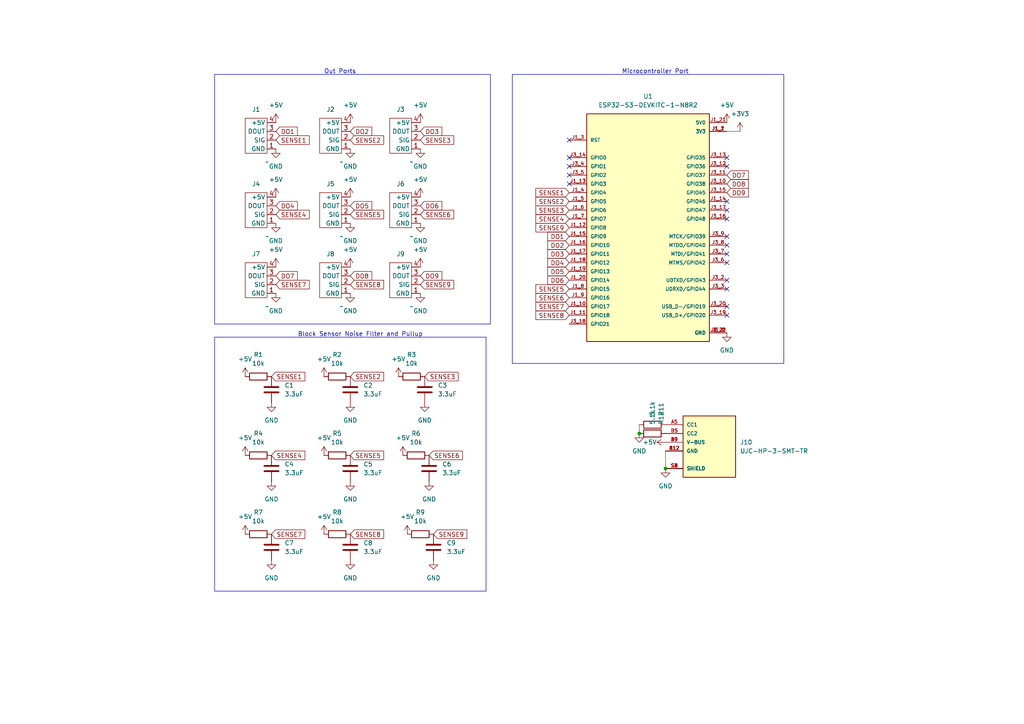
<source format=kicad_sch>
(kicad_sch (version 20230121) (generator eeschema)
  (paper "A4")
  (title_block (title "Block Party Main Board") (date "2024-02-10") (rev "1.0") (company "Block Party"))
  (lib_symbols
    (symbol "Device:C" (pin_numbers hide) (pin_names (offset 0.254))
      (property "Reference" "C" (at 0.635 2.54 0))
      (property "Value" "C" (at 0.635 -2.54 0))
      (symbol "C_0_1"
        (polyline (pts (xy -2.032 -0.762) (xy 2.032 -0.762)) (stroke (width 0.508)))
        (polyline (pts (xy -2.032 0.762) (xy 2.032 0.762)) (stroke (width 0.508)))
      )
      (symbol "C_1_1"
        (pin passive line (at 0 3.81 270) (length 2.794) (name "~") (number "1"))
        (pin passive line (at 0 -3.81 90) (length 2.794) (name "~") (number "2"))
      )
    )
    (symbol "Device:R" (pin_numbers hide) (pin_names (offset 0))
      (property "Reference" "R" (at 2.032 0 90))
      (property "Value" "R" (at 0 0 90))
      (symbol "R_0_1"
        (rectangle (start -1.016 -2.54) (end 1.016 2.54) (stroke (width 0.254)))
      )
      (symbol "R_1_1"
        (pin passive line (at 0 3.81 270) (length 1.27) (name "~") (number "1"))
        (pin passive line (at 0 -3.81 90) (length 1.27) (name "~") (number "2"))
      )
    )
    (symbol "ESP32-S3-DEVKITC-1-N8R2:ESP32-S3-DEVKITC-1-N8R2" (pin_names (offset 1.016))
      (property "Reference" "U" (at -17.78 35.56 0))
      (property "Value" "ESP32-S3-DEVKITC-1-N8R2" (at -17.78 -35.56 0))
      (symbol "ESP32-S3-DEVKITC-1-N8R2_0_0"
        (rectangle (start -17.78 -33.02) (end 17.78 33.02) (stroke (width 0.254)) (fill (type background)))
        (pin power_in line (at 22.86 27.94 180) (length 5.08) (name "3V3") (number "J1_1"))
        (pin bidirectional line (at -22.86 -22.86 0) (length 5.08) (name "GPIO17") (number "J1_10"))
        (pin bidirectional line (at -22.86 -25.4 0) (length 5.08) (name "GPIO18") (number "J1_11"))
        (pin bidirectional line (at -22.86 0 0) (length 5.08) (name "GPIO8") (number "J1_12"))
        (pin bidirectional line (at -22.86 12.7 0) (length 5.08) (name "GPIO3") (number "J1_13"))
        (pin bidirectional line (at 22.86 7.62 180) (length 5.08) (name "GPIO46") (number "J1_14"))
        (pin bidirectional line (at -22.86 -2.54 0) (length 5.08) (name "GPIO9") (number "J1_15"))
        (pin bidirectional line (at -22.86 -5.08 0) (length 5.08) (name "GPIO10") (number "J1_16"))
        (pin bidirectional line (at -22.86 -7.62 0) (length 5.08) (name "GPIO11") (number "J1_17"))
        (pin bidirectional line (at -22.86 -10.16 0) (length 5.08) (name "GPIO12") (number "J1_18"))
        (pin bidirectional line (at -22.86 -12.7 0) (length 5.08) (name "GPIO13") (number "J1_19"))
        (pin power_in line (at 22.86 27.94 180) (length 5.08) (name "3V3") (number "J1_2"))
        (pin bidirectional line (at -22.86 -15.24 0) (length 5.08) (name "GPIO14") (number "J1_20"))
        (pin power_in line (at 22.86 30.48 180) (length 5.08) (name "5V0") (number "J1_21"))
        (pin power_in line (at 22.86 -30.48 180) (length 5.08) (name "GND") (number "J1_22"))
        (pin input line (at -22.86 25.4 0) (length 5.08) (name "RST") (number "J1_3"))
        (pin bidirectional line (at -22.86 10.16 0) (length 5.08) (name "GPIO4") (number "J1_4"))
        (pin bidirectional line (at -22.86 7.62 0) (length 5.08) (name "GPIO5") (number "J1_5"))
        (pin bidirectional line (at -22.86 5.08 0) (length 5.08) (name "GPIO6") (number "J1_6"))
        (pin bidirectional line (at -22.86 2.54 0) (length 5.08) (name "GPIO7") (number "J1_7"))
        (pin bidirectional line (at -22.86 -17.78 0) (length 5.08) (name "GPIO15") (number "J1_8"))
        (pin bidirectional line (at -22.86 -20.32 0) (length 5.08) (name "GPIO16") (number "J1_9"))
        (pin power_in line (at 22.86 -30.48 180) (length 5.08) (name "GND") (number "J3_1"))
        (pin bidirectional line (at 22.86 12.7 180) (length 5.08) (name "GPIO38") (number "J3_10"))
        (pin bidirectional line (at 22.86 15.24 180) (length 5.08) (name "GPIO37") (number "J3_11"))
        (pin bidirectional line (at 22.86 17.78 180) (length 5.08) (name "GPIO36") (number "J3_12"))
        (pin bidirectional line (at 22.86 20.32 180) (length 5.08) (name "GPIO35") (number "J3_13"))
        (pin bidirectional line (at -22.86 20.32 0) (length 5.08) (name "GPIO0") (number "J3_14"))
        (pin bidirectional line (at 22.86 10.16 180) (length 5.08) (name "GPIO45") (number "J3_15"))
        (pin bidirectional line (at 22.86 2.54 180) (length 5.08) (name "GPIO48") (number "J3_16"))
        (pin bidirectional line (at 22.86 5.08 180) (length 5.08) (name "GPIO47") (number "J3_17"))
        (pin bidirectional line (at -22.86 -27.94 0) (length 5.08) (name "GPIO21") (number "J3_18"))
        (pin bidirectional line (at 22.86 -25.4 180) (length 5.08) (name "USB_D+/GPIO20") (number "J3_19"))
        (pin bidirectional line (at 22.86 -15.24 180) (length 5.08) (name "U0TXD/GPIO43") (number "J3_2"))
        (pin bidirectional line (at 22.86 -22.86 180) (length 5.08) (name "USB_D-/GPIO19") (number "J3_20"))
        (pin power_in line (at 22.86 -30.48 180) (length 5.08) (name "GND") (number "J3_21"))
        (pin power_in line (at 22.86 -30.48 180) (length 5.08) (name "GND") (number "J3_22"))
        (pin bidirectional line (at 22.86 -17.78 180) (length 5.08) (name "U0RXD/GPIO44") (number "J3_3"))
        (pin bidirectional line (at -22.86 17.78 0) (length 5.08) (name "GPIO1") (number "J3_4"))
        (pin bidirectional line (at -22.86 15.24 0) (length 5.08) (name "GPIO2") (number "J3_5"))
        (pin bidirectional line (at 22.86 -10.16 180) (length 5.08) (name "MTMS/GPIO42") (number "J3_6"))
        (pin bidirectional line (at 22.86 -7.62 180) (length 5.08) (name "MTDI/GPIO41") (number "J3_7"))
        (pin bidirectional line (at 22.86 -5.08 180) (length 5.08) (name "MTDO/GPIO40") (number "J3_8"))
        (pin bidirectional line (at 22.86 -2.54 180) (length 5.08) (name "MTCK/GPIO39") (number "J3_9"))
      )
    )
    (symbol "Quinn_lib:Top_Block"
      (property "Reference" "J" (at 0 0 0))
      (symbol "Top_Block_0_1"
        (rectangle (start 0 -2.54) (end 6.35 -12.7))
      )
      (symbol "Top_Block_1_1"
        (pin power_out line (at -2.54 -3.81 0) (length 2.54) (name "GND") (number "1"))
        (pin input line (at -2.54 -6.35 0) (length 2.54) (name "SIG") (number "2"))
        (pin output line (at -2.54 -8.89 0) (length 2.54) (name "DOUT") (number "3"))
        (pin power_out line (at -2.54 -11.43 0) (length 2.54) (name "+5V") (number "4"))
      )
    )
    (symbol "UJC-HP-3-SMT-TR:UJC-HP-3-SMT-TR" (pin_names (offset 1.016))
      (property "Reference" "J" (at -7.62 8.89 0))
      (property "Value" "UJC-HP-3-SMT-TR" (at -7.62 -11.43 0))
      (symbol "UJC-HP-3-SMT-TR_0_0"
        (rectangle (start -7.62 -10.16) (end 7.62 7.62) (stroke (width 0.254)) (fill (type background)))
        (pin power_in line (at -12.7 -2.54 0) (length 5.08) (name "GND") (number "A12"))
        (pin bidirectional line (at -12.7 5.08 0) (length 5.08) (name "CC1") (number "A5"))
        (pin power_in line (at -12.7 0 0) (length 5.08) (name "V-BUS") (number "A9"))
        (pin power_in line (at -12.7 -2.54 0) (length 5.08) (name "GND") (number "B12"))
        (pin bidirectional line (at -12.7 2.54 0) (length 5.08) (name "CC2") (number "B5"))
        (pin power_in line (at -12.7 0 0) (length 5.08) (name "V-BUS") (number "B9"))
        (pin passive line (at -12.7 -7.62 0) (length 5.08) (name "SHIELD") (number "S1"))
        (pin passive line (at -12.7 -7.62 0) (length 5.08) (name "SHIELD") (number "S2"))
        (pin passive line (at -12.7 -7.62 0) (length 5.08) (name "SHIELD") (number "S3"))
        (pin passive line (at -12.7 -7.62 0) (length 5.08) (name "SHIELD") (number "S4"))
      )
    )
    (symbol "power:+3V3" (power) (pin_names (offset 0))
      (property "Value" "+3V3" (at 0 3.556 0))
      (symbol "+3V3_0_1"
        (polyline (pts (xy -0.762 1.27) (xy 0 2.54)))
        (polyline (pts (xy 0 0) (xy 0 2.54)))
        (polyline (pts (xy 0 2.54) (xy 0.762 1.27)))
      )
      (symbol "+3V3_1_1"
        (pin power_in line (at 0 0 90) (length 0) hide (name "+3V3") (number "1"))
      )
    )
    (symbol "power:+5V" (power) (pin_names (offset 0))
      (property "Value" "+5V" (at 0 3.556 0))
      (symbol "+5V_0_1"
        (polyline (pts (xy -0.762 1.27) (xy 0 2.54)))
        (polyline (pts (xy 0 0) (xy 0 2.54)))
        (polyline (pts (xy 0 2.54) (xy 0.762 1.27)))
      )
      (symbol "+5V_1_1"
        (pin power_in line (at 0 0 90) (length 0) hide (name "+5V") (number "1"))
      )
    )
    (symbol "power:GND" (power) (pin_names (offset 0))
      (property "Value" "GND" (at 0 -3.81 0))
      (symbol "GND_0_1"
        (polyline (pts (xy 0 0) (xy 0 -1.27) (xy 1.27 -1.27) (xy 0 -2.54) (xy -1.27 -1.27) (xy 0 -1.27)))
      )
      (symbol "GND_1_1"
        (pin power_in line (at 0 0 270) (length 0) hide (name "GND") (number "1"))
      )
    )
  )
  (junction (at 193.04 135.89))
  (junction (at 185.42 125.73))
  (no_connect (at 165.1 50.8))
  (no_connect (at 210.82 83.82))
  (no_connect (at 210.82 81.28))
  (no_connect (at 210.82 63.5))
  (no_connect (at 210.82 71.12))
  (no_connect (at 165.1 45.72))
  (no_connect (at 210.82 88.9))
  (no_connect (at 210.82 68.58))
  (no_connect (at 165.1 53.34))
  (no_connect (at 210.82 91.44))
  (no_connect (at 210.82 48.26))
  (no_connect (at 210.82 45.72))
  (no_connect (at 165.1 40.64))
  (no_connect (at 210.82 73.66))
  (no_connect (at 210.82 76.2))
  (no_connect (at 210.82 58.42))
  (no_connect (at 165.1 48.26))
  (no_connect (at 210.82 60.96))
  (wire (pts (xy 210.82 38.1) (xy 214.63 38.1)))
  (wire (pts (xy 185.42 123.19) (xy 185.42 125.73)))
  (wire (pts (xy 193.04 130.81) (xy 193.04 135.89)))
  (rectangle (start 62.23 97.79) (end 140.97 171.45))
  (rectangle (start 62.23 21.59) (end 142.24 93.98))
  (rectangle (start 148.59 21.59) (end 227.33 105.41))
  (text "Out Ports" (at 93.98 21.59 0) (effects (font (size 1.27 1.27)) (justify left bottom)))
  (text "Microcontroller Port" (at 180.34 21.59 0) (effects (font (size 1.27 1.27)) (justify left bottom)))
  (text "Block Sensor Noise FIlter and Pullup" (at 86.36 97.79 0) (effects (font (size 1.27 1.27)) (justify left bottom)))
  (global_label "SENSE6" (shape input) (at 121.92 62.23 0) (property "Intersheetrefs" "${INTERSHEET_REFS}" (effects hide)))
  (global_label "SENSE9" (shape input) (at 125.73 154.94 0) (property "Intersheetrefs" "${INTERSHEET_REFS}" (effects hide)))
  (global_label "DO5" (shape input) (at 165.1 78.74 180) (property "Intersheetrefs" "${INTERSHEET_REFS}" (effects hide)))
  (global_label "SENSE2" (shape input) (at 101.6 109.22 0) (property "Intersheetrefs" "${INTERSHEET_REFS}" (effects hide)))
  (global_label "SENSE7" (shape input) (at 78.74 154.94 0) (property "Intersheetrefs" "${INTERSHEET_REFS}" (effects hide)))
  (global_label "SENSE6" (shape input) (at 165.1 86.36 180) (property "Intersheetrefs" "${INTERSHEET_REFS}" (effects hide)))
  (global_label "SENSE6" (shape input) (at 124.46 132.08 0) (property "Intersheetrefs" "${INTERSHEET_REFS}" (effects hide)))
  (global_label "SENSE7" (shape input) (at 80.01 82.55 0) (property "Intersheetrefs" "${INTERSHEET_REFS}" (effects hide)))
  (global_label "SENSE1" (shape input) (at 78.74 109.22 0) (property "Intersheetrefs" "${INTERSHEET_REFS}" (effects hide)))
  (global_label "SENSE1" (shape input) (at 80.01 40.64 0) (property "Intersheetrefs" "${INTERSHEET_REFS}" (effects hide)))
  (global_label "SENSE2" (shape input) (at 165.1 58.42 180) (property "Intersheetrefs" "${INTERSHEET_REFS}" (effects hide)))
  (global_label "DO9" (shape input) (at 121.92 80.01 0) (property "Intersheetrefs" "${INTERSHEET_REFS}" (effects hide)))
  (global_label "SENSE4" (shape input) (at 80.01 62.23 0) (property "Intersheetrefs" "${INTERSHEET_REFS}" (effects hide)))
  (global_label "DO7" (shape input) (at 80.01 80.01 0) (property "Intersheetrefs" "${INTERSHEET_REFS}" (effects hide)))
  (global_label "DO3" (shape input) (at 121.92 38.1 0) (property "Intersheetrefs" "${INTERSHEET_REFS}" (effects hide)))
  (global_label "DO4" (shape input) (at 165.1 76.2 180) (property "Intersheetrefs" "${INTERSHEET_REFS}" (effects hide)))
  (global_label "SENSE3" (shape input) (at 123.19 109.22 0) (property "Intersheetrefs" "${INTERSHEET_REFS}" (effects hide)))
  (global_label "DO9" (shape input) (at 210.82 55.88 0) (property "Intersheetrefs" "${INTERSHEET_REFS}" (effects hide)))
  (global_label "SENSE2" (shape input) (at 101.6 40.64 0) (property "Intersheetrefs" "${INTERSHEET_REFS}" (effects hide)))
  (global_label "DO7" (shape input) (at 210.82 50.8 0) (property "Intersheetrefs" "${INTERSHEET_REFS}" (effects hide)))
  (global_label "SENSE4" (shape input) (at 78.74 132.08 0) (property "Intersheetrefs" "${INTERSHEET_REFS}" (effects hide)))
  (global_label "SENSE7" (shape input) (at 165.1 88.9 180) (property "Intersheetrefs" "${INTERSHEET_REFS}" (effects hide)))
  (global_label "DO6" (shape input) (at 121.92 59.69 0) (property "Intersheetrefs" "${INTERSHEET_REFS}" (effects hide)))
  (global_label "SENSE8" (shape input) (at 165.1 91.44 180) (property "Intersheetrefs" "${INTERSHEET_REFS}" (effects hide)))
  (global_label "DO2" (shape input) (at 165.1 71.12 180) (property "Intersheetrefs" "${INTERSHEET_REFS}" (effects hide)))
  (global_label "DO1" (shape input) (at 80.01 38.1 0) (property "Intersheetrefs" "${INTERSHEET_REFS}" (effects hide)))
  (global_label "SENSE5" (shape input) (at 101.6 132.08 0) (property "Intersheetrefs" "${INTERSHEET_REFS}" (effects hide)))
  (global_label "DO1" (shape input) (at 165.1 68.58 180) (property "Intersheetrefs" "${INTERSHEET_REFS}" (effects hide)))
  (global_label "DO3" (shape input) (at 165.1 73.66 180) (property "Intersheetrefs" "${INTERSHEET_REFS}" (effects hide)))
  (global_label "DO8" (shape input) (at 210.82 53.34 0) (property "Intersheetrefs" "${INTERSHEET_REFS}" (effects hide)))
  (global_label "DO6" (shape input) (at 165.1 81.28 180) (property "Intersheetrefs" "${INTERSHEET_REFS}" (effects hide)))
  (global_label "SENSE1" (shape input) (at 165.1 55.88 180) (property "Intersheetrefs" "${INTERSHEET_REFS}" (effects hide)))
  (global_label "SENSE9" (shape input) (at 121.92 82.55 0) (property "Intersheetrefs" "${INTERSHEET_REFS}" (effects hide)))
  (global_label "SENSE5" (shape input) (at 165.1 83.82 180) (property "Intersheetrefs" "${INTERSHEET_REFS}" (effects hide)))
  (global_label "DO4" (shape input) (at 80.01 59.69 0) (property "Intersheetrefs" "${INTERSHEET_REFS}" (effects hide)))
  (global_label "SENSE8" (shape input) (at 101.6 82.55 0) (property "Intersheetrefs" "${INTERSHEET_REFS}" (effects hide)))
  (global_label "SENSE8" (shape input) (at 101.6 154.94 0) (property "Intersheetrefs" "${INTERSHEET_REFS}" (effects hide)))
  (global_label "SENSE3" (shape input) (at 165.1 60.96 180) (property "Intersheetrefs" "${INTERSHEET_REFS}" (effects hide)))
  (global_label "SENSE4" (shape input) (at 165.1 63.5 180) (property "Intersheetrefs" "${INTERSHEET_REFS}" (effects hide)))
  (global_label "SENSE9" (shape input) (at 165.1 66.04 180) (property "Intersheetrefs" "${INTERSHEET_REFS}" (effects hide)))
  (global_label "DO5" (shape input) (at 101.6 59.69 0) (property "Intersheetrefs" "${INTERSHEET_REFS}" (effects hide)))
  (global_label "SENSE5" (shape input) (at 101.6 62.23 0) (property "Intersheetrefs" "${INTERSHEET_REFS}" (effects hide)))
  (global_label "DO2" (shape input) (at 101.6 38.1 0) (property "Intersheetrefs" "${INTERSHEET_REFS}" (effects hide)))
  (global_label "DO8" (shape input) (at 101.6 80.01 0) (property "Intersheetrefs" "${INTERSHEET_REFS}" (effects hide)))
  (global_label "SENSE3" (shape input) (at 121.92 40.64 0) (property "Intersheetrefs" "${INTERSHEET_REFS}" (effects hide)))
  (symbol (lib_id "power:GND") (at 101.6 139.7 0) (unit 1)
    (property "Reference" "#PWR031" (effects hide))
    (property "Value" "GND" (at 101.6 144.78 0))
  )
  (symbol (lib_id "UJC-HP-3-SMT-TR:UJC-HP-3-SMT-TR") (at 205.74 128.27 0) (unit 1)
    (property "Reference" "J10" (at 214.63 128.27 0) (effects (justify left)))
    (property "Value" "UJC-HP-3-SMT-TR" (at 214.63 130.81 0) (effects (justify left)))
    (property "Footprint" "UJC-HP-3-SMT-TR:CUI_UJC-HP-3-SMT-TR" (effects hide))
    (property "MF" "CUI Devices" (effects hide))
    (property "MAXIMUM_PACKAGE_HEIGHT" "3.16mm" (effects hide))
    (property "Package" "Package" (effects hide))
    (property "Price" "None" (effects hide))
    (property "Check_prices" "https://www.snapeda.com/parts/UJC-HP-3-SMT-TR/CUI+Devices/view-part/?ref=eda" (effects hide))
    (property "STANDARD" "Manufacturer recommendations" (effects hide))
    (property "PARTREV" "04/30/2020" (effects hide))
    (property "SnapEDA_Link" "https://www.snapeda.com/parts/UJC-HP-3-SMT-TR/CUI+Devices/view-part/?ref=snap" (effects hide))
    (property "MP" "UJC-HP-3-SMT-TR" (effects hide))
    (property "Purchase-URL" "https://www.snapeda.com/api/url_track_click_mouser/?unipart_id=4722774&manufacturer=CUI Devices&part_name=UJC-HP-3-SMT-TR&search_term=usb c" (effects hide))
    (property "Description" "Type C, 20 Vdc, 3 A, Right Angle, Surface Mount, Black Insulator, Power-Only USB Receptacle" (effects hide))
    (property "CUI_purchase_URL" "https://www.cuidevices.com/product/interconnect/connectors/usb-connectors/ujc-hp-3-smt-tr?utm_source=snapeda.com&utm_medium=referral&utm_campaign=snapedaBOM" (effects hide))
    (property "Availability" "In Stock" (effects hide))
    (property "MANUFACTURER" "CUI Devices" (effects hide))
  )
  (symbol (lib_id "power:+5V") (at 121.92 57.15 0) (unit 1)
    (property "Reference" "#PWR014" (effects hide))
    (property "Value" "+5V" (at 121.92 52.07 0))
  )
  (symbol (lib_id "Device:R") (at 189.23 123.19 270) (unit 1)
    (property "Reference" "R11" (at 191.77 120.65 0) (effects (justify right)))
    (property "Value" "5.1k" (at 189.23 120.65 0) (effects (justify right)))
    (property "Footprint" "Resistor_SMD:R_0805_2012Metric" (effects hide))
  )
  (symbol (lib_id "power:GND") (at 80.01 64.77 0) (unit 1)
    (property "Reference" "#PWR011" (effects hide))
    (property "Value" "GND" (at 80.01 69.85 0))
  )
  (symbol (lib_id "Device:R") (at 74.93 109.22 90) (unit 1)
    (property "Reference" "R1" (at 74.93 102.87 90))
    (property "Value" "10k" (at 74.93 105.41 90))
    (property "Footprint" "Resistor_SMD:R_0805_2012Metric" (effects hide))
  )
  (symbol (lib_id "Quinn_lib:Top_Block") (at 77.47 46.99 180) (unit 1)
    (property "Reference" "J1" (at 74.295 31.75 0))
    (property "Value" "~" (at 77.47 46.99 0))
    (property "Footprint" "Quinn_lib:Top Block Connector" (effects hide))
  )
  (symbol (lib_id "power:+5V") (at 80.01 35.56 0) (unit 1)
    (property "Reference" "#PWR04" (effects hide))
    (property "Value" "+5V" (at 80.01 30.48 0))
  )
  (symbol (lib_id "power:+5V") (at 210.82 35.56 0) (unit 1)
    (property "Reference" "#PWR02" (effects hide))
    (property "Value" "+5V" (at 210.82 30.48 0))
  )
  (symbol (lib_id "power:+5V") (at 93.98 132.08 0) (unit 1)
    (property "Reference" "#PWR030" (effects hide))
    (property "Value" "+5V" (at 93.98 127 0))
  )
  (symbol (lib_id "Device:R") (at 97.79 154.94 90) (unit 1)
    (property "Reference" "R8" (at 97.79 148.59 90))
    (property "Value" "10k" (at 97.79 151.13 90))
    (property "Footprint" "Resistor_SMD:R_0805_2012Metric" (effects hide))
  )
  (symbol (lib_id "power:+5V") (at 101.6 35.56 0) (unit 1)
    (property "Reference" "#PWR06" (effects hide))
    (property "Value" "+5V" (at 101.6 30.48 0))
  )
  (symbol (lib_id "power:+5V") (at 80.01 77.47 0) (unit 1)
    (property "Reference" "#PWR016" (effects hide))
    (property "Value" "+5V" (at 80.01 72.39 0))
  )
  (symbol (lib_id "Quinn_lib:Top_Block") (at 99.06 46.99 180) (unit 1)
    (property "Reference" "J2" (at 95.885 31.75 0))
    (property "Value" "~" (at 99.06 46.99 0))
    (property "Footprint" "Quinn_lib:Top Block Connector" (effects hide))
  )
  (symbol (lib_id "power:+5V") (at 93.98 109.22 0) (unit 1)
    (property "Reference" "#PWR024" (effects hide))
    (property "Value" "+5V" (at 93.98 104.14 0))
  )
  (symbol (lib_id "power:+5V") (at 116.84 132.08 0) (unit 1)
    (property "Reference" "#PWR032" (effects hide))
    (property "Value" "+5V" (at 116.84 127 0))
  )
  (symbol (lib_id "Device:R") (at 74.93 154.94 90) (unit 1)
    (property "Reference" "R7" (at 74.93 148.59 90))
    (property "Value" "10k" (at 74.93 151.13 90))
    (property "Footprint" "Resistor_SMD:R_0805_2012Metric" (effects hide))
  )
  (symbol (lib_id "power:GND") (at 121.92 85.09 0) (unit 1)
    (property "Reference" "#PWR021" (effects hide))
    (property "Value" "GND" (at 121.92 90.17 0))
  )
  (symbol (lib_id "Quinn_lib:Top_Block") (at 119.38 88.9 180) (unit 1)
    (property "Reference" "J9" (at 116.205 73.66 0))
    (property "Value" "~" (at 119.38 88.9 0))
    (property "Footprint" "Quinn_lib:Top Block Connector" (effects hide))
  )
  (symbol (lib_id "Device:C") (at 123.19 113.03 180) (unit 1)
    (property "Reference" "C3" (at 127 111.76 0) (effects (justify right)))
    (property "Value" "3.3uF" (at 127 114.3 0) (effects (justify right)))
    (property "Footprint" "Capacitor_SMD:C_0805_2012Metric" (effects hide))
  )
  (symbol (lib_id "power:GND") (at 101.6 116.84 0) (unit 1)
    (property "Reference" "#PWR025" (effects hide))
    (property "Value" "GND" (at 101.6 121.92 0))
  )
  (symbol (lib_id "power:+5V") (at 80.01 57.15 0) (unit 1)
    (property "Reference" "#PWR010" (effects hide))
    (property "Value" "+5V" (at 80.01 52.07 0))
  )
  (symbol (lib_id "Quinn_lib:Top_Block") (at 77.47 88.9 180) (unit 1)
    (property "Reference" "J7" (at 74.295 73.66 0))
    (property "Value" "~" (at 77.47 88.9 0))
    (property "Footprint" "Quinn_lib:Top Block Connector" (effects hide))
  )
  (symbol (lib_id "Device:C") (at 124.46 135.89 180) (unit 1)
    (property "Reference" "C6" (at 128.27 134.62 0) (effects (justify right)))
    (property "Value" "3.3uF" (at 128.27 137.16 0) (effects (justify right)))
    (property "Footprint" "Capacitor_SMD:C_0805_2012Metric" (effects hide))
  )
  (symbol (lib_id "power:+5V") (at 71.12 154.94 0) (unit 1)
    (property "Reference" "#PWR034" (effects hide))
    (property "Value" "+5V" (at 71.12 149.86 0))
  )
  (symbol (lib_id "Quinn_lib:Top_Block") (at 77.47 68.58 180) (unit 1)
    (property "Reference" "J4" (at 74.295 53.34 0))
    (property "Value" "~" (at 77.47 68.58 0))
    (property "Footprint" "Quinn_lib:Top Block Connector" (effects hide))
  )
  (symbol (lib_id "power:+5V") (at 193.04 128.27 90) (unit 1)
    (property "Reference" "#PWR041" (effects hide))
    (property "Value" "+5V" (at 190.5 128.27 90) (effects (justify left)))
  )
  (symbol (lib_id "Device:R") (at 189.23 125.73 270) (unit 1)
    (property "Reference" "R12" (at 191.77 123.19 0) (effects (justify right)))
    (property "Value" "5.1k" (at 189.23 123.19 0) (effects (justify right)))
    (property "Footprint" "Resistor_SMD:R_0805_2012Metric" (effects hide))
  )
  (symbol (lib_id "power:GND") (at 121.92 43.18 0) (unit 1)
    (property "Reference" "#PWR09" (effects hide))
    (property "Value" "GND" (at 121.92 48.26 0))
  )
  (symbol (lib_id "power:GND") (at 80.01 43.18 0) (unit 1)
    (property "Reference" "#PWR05" (effects hide))
    (property "Value" "GND" (at 80.01 48.26 0))
  )
  (symbol (lib_id "power:+3V3") (at 214.63 38.1 0) (mirror y) (unit 1)
    (property "Reference" "#PWR03" (effects hide))
    (property "Value" "+3V3" (at 214.63 33.02 0))
  )
  (symbol (lib_id "Quinn_lib:Top_Block") (at 99.06 88.9 180) (unit 1)
    (property "Reference" "J8" (at 95.885 73.66 0))
    (property "Value" "~" (at 99.06 88.9 0))
    (property "Footprint" "Quinn_lib:Top Block Connector" (effects hide))
  )
  (symbol (lib_id "Quinn_lib:Top_Block") (at 119.38 46.99 180) (unit 1)
    (property "Reference" "J3" (at 116.205 31.75 0))
    (property "Value" "~" (at 119.38 46.99 0))
    (property "Footprint" "Quinn_lib:Top Block Connector" (effects hide))
  )
  (symbol (lib_id "Device:C") (at 78.74 113.03 180) (unit 1)
    (property "Reference" "C1" (at 82.55 111.76 0) (effects (justify right)))
    (property "Value" "3.3uF" (at 82.55 114.3 0) (effects (justify right)))
    (property "Footprint" "Capacitor_SMD:C_0805_2012Metric" (effects hide))
  )
  (symbol (lib_id "power:+5V") (at 101.6 77.47 0) (unit 1)
    (property "Reference" "#PWR018" (effects hide))
    (property "Value" "+5V" (at 101.6 72.39 0))
  )
  (symbol (lib_id "power:GND") (at 101.6 43.18 0) (unit 1)
    (property "Reference" "#PWR07" (effects hide))
    (property "Value" "GND" (at 101.6 48.26 0))
  )
  (symbol (lib_id "power:GND") (at 125.73 162.56 0) (unit 1)
    (property "Reference" "#PWR039" (effects hide))
    (property "Value" "GND" (at 125.73 167.64 0))
  )
  (symbol (lib_id "Device:R") (at 74.93 132.08 90) (unit 1)
    (property "Reference" "R4" (at 74.93 125.73 90))
    (property "Value" "10k" (at 74.93 128.27 90))
    (property "Footprint" "Resistor_SMD:R_0805_2012Metric" (effects hide))
  )
  (symbol (lib_id "power:+5V") (at 71.12 109.22 0) (unit 1)
    (property "Reference" "#PWR022" (effects hide))
    (property "Value" "+5V" (at 71.12 104.14 0))
  )
  (symbol (lib_id "Device:R") (at 97.79 109.22 90) (unit 1)
    (property "Reference" "R2" (at 97.79 102.87 90))
    (property "Value" "10k" (at 97.79 105.41 90))
    (property "Footprint" "Resistor_SMD:R_0805_2012Metric" (effects hide))
  )
  (symbol (lib_id "power:+5V") (at 101.6 57.15 0) (unit 1)
    (property "Reference" "#PWR012" (effects hide))
    (property "Value" "+5V" (at 101.6 52.07 0))
  )
  (symbol (lib_id "power:+5V") (at 71.12 132.08 0) (unit 1)
    (property "Reference" "#PWR028" (effects hide))
    (property "Value" "+5V" (at 71.12 127 0))
  )
  (symbol (lib_id "power:GND") (at 80.01 85.09 0) (unit 1)
    (property "Reference" "#PWR017" (effects hide))
    (property "Value" "GND" (at 80.01 90.17 0))
  )
  (symbol (lib_id "power:+5V") (at 121.92 77.47 0) (unit 1)
    (property "Reference" "#PWR020" (effects hide))
    (property "Value" "+5V" (at 121.92 72.39 0))
  )
  (symbol (lib_id "Device:R") (at 119.38 109.22 90) (unit 1)
    (property "Reference" "R3" (at 119.38 102.87 90))
    (property "Value" "10k" (at 119.38 105.41 90))
    (property "Footprint" "Resistor_SMD:R_0805_2012Metric" (effects hide))
  )
  (symbol (lib_id "power:GND") (at 123.19 116.84 0) (unit 1)
    (property "Reference" "#PWR027" (effects hide))
    (property "Value" "GND" (at 123.19 121.92 0))
  )
  (symbol (lib_id "power:GND") (at 124.46 139.7 0) (unit 1)
    (property "Reference" "#PWR033" (effects hide))
    (property "Value" "GND" (at 124.46 144.78 0))
  )
  (symbol (lib_id "power:+5V") (at 93.98 154.94 0) (unit 1)
    (property "Reference" "#PWR036" (effects hide))
    (property "Value" "+5V" (at 93.98 149.86 0))
  )
  (symbol (lib_id "Quinn_lib:Top_Block") (at 119.38 68.58 180) (unit 1)
    (property "Reference" "J6" (at 116.205 53.34 0))
    (property "Value" "~" (at 119.38 68.58 0))
    (property "Footprint" "Quinn_lib:Top Block Connector" (effects hide))
  )
  (symbol (lib_id "power:GND") (at 101.6 85.09 0) (unit 1)
    (property "Reference" "#PWR019" (effects hide))
    (property "Value" "GND" (at 101.6 90.17 0))
  )
  (symbol (lib_id "power:+5V") (at 121.92 35.56 0) (unit 1)
    (property "Reference" "#PWR08" (effects hide))
    (property "Value" "+5V" (at 121.92 30.48 0))
  )
  (symbol (lib_id "Device:R") (at 121.92 154.94 90) (unit 1)
    (property "Reference" "R9" (at 121.92 148.59 90))
    (property "Value" "10k" (at 121.92 151.13 90))
    (property "Footprint" "Resistor_SMD:R_0805_2012Metric" (effects hide))
  )
  (symbol (lib_id "Device:C") (at 101.6 158.75 180) (unit 1)
    (property "Reference" "C8" (at 105.41 157.48 0) (effects (justify right)))
    (property "Value" "3.3uF" (at 105.41 160.02 0) (effects (justify right)))
    (property "Footprint" "Capacitor_SMD:C_0805_2012Metric" (effects hide))
  )
  (symbol (lib_id "power:GND") (at 78.74 162.56 0) (unit 1)
    (property "Reference" "#PWR035" (effects hide))
    (property "Value" "GND" (at 78.74 167.64 0))
  )
  (symbol (lib_id "power:+5V") (at 115.57 109.22 0) (unit 1)
    (property "Reference" "#PWR026" (effects hide))
    (property "Value" "+5V" (at 115.57 104.14 0))
  )
  (symbol (lib_id "Device:C") (at 101.6 113.03 180) (unit 1)
    (property "Reference" "C2" (at 105.41 111.76 0) (effects (justify right)))
    (property "Value" "3.3uF" (at 105.41 114.3 0) (effects (justify right)))
    (property "Footprint" "Capacitor_SMD:C_0805_2012Metric" (effects hide))
  )
  (symbol (lib_id "power:GND") (at 210.82 96.52 0) (unit 1)
    (property "Reference" "#PWR01" (effects hide))
    (property "Value" "GND" (at 210.82 101.6 0))
  )
  (symbol (lib_id "Quinn_lib:Top_Block") (at 99.06 68.58 180) (unit 1)
    (property "Reference" "J5" (at 95.885 53.34 0))
    (property "Value" "~" (at 99.06 68.58 0))
    (property "Footprint" "Quinn_lib:Top Block Connector" (effects hide))
  )
  (symbol (lib_id "power:+5V") (at 118.11 154.94 0) (unit 1)
    (property "Reference" "#PWR038" (effects hide))
    (property "Value" "+5V" (at 118.11 149.86 0))
  )
  (symbol (lib_id "Device:C") (at 101.6 135.89 180) (unit 1)
    (property "Reference" "C5" (at 105.41 134.62 0) (effects (justify right)))
    (property "Value" "3.3uF" (at 105.41 137.16 0) (effects (justify right)))
    (property "Footprint" "Capacitor_SMD:C_0805_2012Metric" (effects hide))
  )
  (symbol (lib_id "ESP32-S3-DEVKITC-1-N8R2:ESP32-S3-DEVKITC-1-N8R2") (at 187.96 66.04 0) (unit 1)
    (property "Reference" "U1" (at 187.96 27.94 0))
    (property "Value" "ESP32-S3-DEVKITC-1-N8R2" (at 187.96 30.48 0))
    (property "Footprint" "ESP32-S3-DEVKITC-1-N8R2:XCVR_ESP32-S3-DEVKITC-1-N8R2" (effects hide))
    (property "MF" "Espressif Systems" (effects hide))
    (property "Description" "\nWiFi Development Tools - 802.11 (Engineering Samples Only) ESP32-S3 General-Purpose Development Board, ESP32-S3-WROOM-1-N8R2, with Pin Header\n" (effects hide))
    (property "Package" "None" (effects hide))
    (property "Price" "None" (effects hide))
    (property "Check_prices" "https://www.snapeda.com/parts/ESP32-S3-DEVKITC-1-N8R2/Espressif+Systems/view-part/?ref=eda" (effects hide))
    (property "STANDARD" "Manufacturer Recommendations" (effects hide))
    (property "PARTREV" "V1" (effects hide))
    (property "SnapEDA_Link" "https://www.snapeda.com/parts/ESP32-S3-DEVKITC-1-N8R2/Espressif+Systems/view-part/?ref=snap" (effects hide))
    (property "MP" "ESP32-S3-DEVKITC-1-N8R2" (effects hide))
    (property "Purchase-URL" "https://www.snapeda.com/api/url_track_click_mouser/?unipart_id=8918256&manufacturer=Espressif Systems&part_name=ESP32-S3-DEVKITC-1-N8R2&search_term=None" (effects hide))
    (property "Availability" "In Stock" (effects hide))
    (property "MANUFACTURER" "Espressif" (effects hide))
  )
  (symbol (lib_id "Device:C") (at 78.74 158.75 180) (unit 1)
    (property "Reference" "C7" (at 82.55 157.48 0) (effects (justify right)))
    (property "Value" "3.3uF" (at 82.55 160.02 0) (effects (justify right)))
    (property "Footprint" "Capacitor_SMD:C_0805_2012Metric" (effects hide))
  )
  (symbol (lib_id "power:GND") (at 185.42 125.73 0) (unit 1)
    (property "Reference" "#PWR043" (effects hide))
    (property "Value" "GND" (at 185.42 130.81 0))
  )
  (symbol (lib_id "Device:R") (at 97.79 132.08 90) (unit 1)
    (property "Reference" "R5" (at 97.79 125.73 90))
    (property "Value" "10k" (at 97.79 128.27 90))
    (property "Footprint" "Resistor_SMD:R_0805_2012Metric" (effects hide))
  )
  (symbol (lib_id "Device:C") (at 78.74 135.89 180) (unit 1)
    (property "Reference" "C4" (at 82.55 134.62 0) (effects (justify right)))
    (property "Value" "3.3uF" (at 82.55 137.16 0) (effects (justify right)))
    (property "Footprint" "Capacitor_SMD:C_0805_2012Metric" (effects hide))
  )
  (symbol (lib_id "Device:C") (at 125.73 158.75 180) (unit 1)
    (property "Reference" "C9" (at 129.54 157.48 0) (effects (justify right)))
    (property "Value" "3.3uF" (at 129.54 160.02 0) (effects (justify right)))
    (property "Footprint" "Capacitor_SMD:C_0805_2012Metric" (effects hide))
  )
  (symbol (lib_id "Device:R") (at 120.65 132.08 90) (unit 1)
    (property "Reference" "R6" (at 120.65 125.73 90))
    (property "Value" "10k" (at 120.65 128.27 90))
    (property "Footprint" "Resistor_SMD:R_0805_2012Metric" (effects hide))
  )
  (symbol (lib_id "power:GND") (at 193.04 135.89 0) (unit 1)
    (property "Reference" "#PWR040" (effects hide))
    (property "Value" "GND" (at 193.04 140.97 0))
  )
  (symbol (lib_id "power:GND") (at 121.92 64.77 0) (unit 1)
    (property "Reference" "#PWR015" (effects hide))
    (property "Value" "GND" (at 121.92 69.85 0))
  )
  (symbol (lib_id "power:GND") (at 78.74 116.84 0) (unit 1)
    (property "Reference" "#PWR023" (effects hide))
    (property "Value" "GND" (at 78.74 121.92 0))
  )
  (symbol (lib_id "power:GND") (at 101.6 162.56 0) (unit 1)
    (property "Reference" "#PWR037" (effects hide))
    (property "Value" "GND" (at 101.6 167.64 0))
  )
  (symbol (lib_id "power:GND") (at 78.74 139.7 0) (unit 1)
    (property "Reference" "#PWR029" (effects hide))
    (property "Value" "GND" (at 78.74 144.78 0))
  )
  (symbol (lib_id "power:GND") (at 101.6 64.77 0) (unit 1)
    (property "Reference" "#PWR013" (effects hide))
    (property "Value" "GND" (at 101.6 69.85 0))
  )
)
</source>
